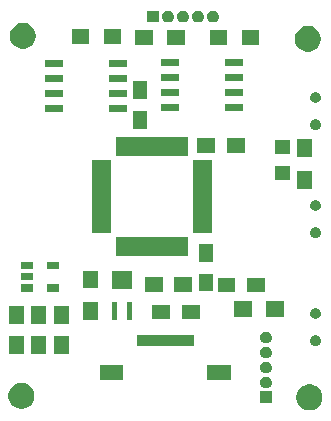
<source format=gts>
G04 #@! TF.GenerationSoftware,KiCad,Pcbnew,(5.0.1)-4*
G04 #@! TF.CreationDate,2019-02-22T18:58:08-06:00*
G04 #@! TF.ProjectId,epoch,65706F63682E6B696361645F70636200,rev?*
G04 #@! TF.SameCoordinates,Original*
G04 #@! TF.FileFunction,Soldermask,Top*
G04 #@! TF.FilePolarity,Negative*
%FSLAX46Y46*%
G04 Gerber Fmt 4.6, Leading zero omitted, Abs format (unit mm)*
G04 Created by KiCad (PCBNEW (5.0.1)-4) date 2/22/2019 6:58:08 PM*
%MOMM*%
%LPD*%
G01*
G04 APERTURE LIST*
%ADD10C,0.100000*%
G04 APERTURE END LIST*
D10*
G36*
X127828857Y-85683272D02*
X128029042Y-85766191D01*
X128209213Y-85886578D01*
X128362422Y-86039787D01*
X128482809Y-86219958D01*
X128565728Y-86420143D01*
X128608000Y-86632658D01*
X128608000Y-86849342D01*
X128565728Y-87061857D01*
X128482809Y-87262042D01*
X128362422Y-87442213D01*
X128209213Y-87595422D01*
X128029042Y-87715809D01*
X127828857Y-87798728D01*
X127616342Y-87841000D01*
X127399658Y-87841000D01*
X127187143Y-87798728D01*
X126986958Y-87715809D01*
X126806787Y-87595422D01*
X126653578Y-87442213D01*
X126533191Y-87262042D01*
X126450272Y-87061857D01*
X126408000Y-86849342D01*
X126408000Y-86632658D01*
X126450272Y-86420143D01*
X126533191Y-86219958D01*
X126653578Y-86039787D01*
X126806787Y-85886578D01*
X126986958Y-85766191D01*
X127187143Y-85683272D01*
X127399658Y-85641000D01*
X127616342Y-85641000D01*
X127828857Y-85683272D01*
X127828857Y-85683272D01*
G37*
G36*
X103444857Y-85556272D02*
X103645042Y-85639191D01*
X103645045Y-85639193D01*
X103811074Y-85750130D01*
X103825213Y-85759578D01*
X103978422Y-85912787D01*
X103978424Y-85912790D01*
X103978425Y-85912791D01*
X104012485Y-85963765D01*
X104098809Y-86092958D01*
X104181728Y-86293143D01*
X104224000Y-86505658D01*
X104224000Y-86722342D01*
X104181728Y-86934857D01*
X104098809Y-87135042D01*
X103978422Y-87315213D01*
X103825213Y-87468422D01*
X103645042Y-87588809D01*
X103444857Y-87671728D01*
X103232342Y-87714000D01*
X103015658Y-87714000D01*
X102803143Y-87671728D01*
X102602958Y-87588809D01*
X102422787Y-87468422D01*
X102269578Y-87315213D01*
X102149191Y-87135042D01*
X102066272Y-86934857D01*
X102024000Y-86722342D01*
X102024000Y-86505658D01*
X102066272Y-86293143D01*
X102149191Y-86092958D01*
X102235515Y-85963765D01*
X102269575Y-85912791D01*
X102269576Y-85912790D01*
X102269578Y-85912787D01*
X102422787Y-85759578D01*
X102436927Y-85750130D01*
X102602955Y-85639193D01*
X102602958Y-85639191D01*
X102803143Y-85556272D01*
X103015658Y-85514000D01*
X103232342Y-85514000D01*
X103444857Y-85556272D01*
X103444857Y-85556272D01*
G37*
G36*
X124325000Y-87241000D02*
X123325000Y-87241000D01*
X123325000Y-86241000D01*
X124325000Y-86241000D01*
X124325000Y-87241000D01*
X124325000Y-87241000D01*
G37*
G36*
X123923015Y-84978234D02*
X124017268Y-85006825D01*
X124063697Y-85031643D01*
X124104129Y-85053254D01*
X124104131Y-85053255D01*
X124104130Y-85053255D01*
X124180264Y-85115736D01*
X124242745Y-85191870D01*
X124289175Y-85278732D01*
X124317766Y-85372985D01*
X124327419Y-85471000D01*
X124317766Y-85569015D01*
X124289175Y-85663268D01*
X124278482Y-85683272D01*
X124242746Y-85750129D01*
X124180264Y-85826264D01*
X124104129Y-85888746D01*
X124063697Y-85910357D01*
X124017268Y-85935175D01*
X123923015Y-85963766D01*
X123849564Y-85971000D01*
X123800436Y-85971000D01*
X123726985Y-85963766D01*
X123632732Y-85935175D01*
X123586303Y-85910357D01*
X123545871Y-85888746D01*
X123469736Y-85826264D01*
X123407254Y-85750129D01*
X123371518Y-85683272D01*
X123360825Y-85663268D01*
X123332234Y-85569015D01*
X123322581Y-85471000D01*
X123332234Y-85372985D01*
X123360825Y-85278732D01*
X123407255Y-85191870D01*
X123469736Y-85115736D01*
X123545870Y-85053255D01*
X123545869Y-85053255D01*
X123545871Y-85053254D01*
X123586303Y-85031643D01*
X123632732Y-85006825D01*
X123726985Y-84978234D01*
X123800436Y-84971000D01*
X123849564Y-84971000D01*
X123923015Y-84978234D01*
X123923015Y-84978234D01*
G37*
G36*
X111750000Y-85273000D02*
X109750000Y-85273000D01*
X109750000Y-83973000D01*
X111750000Y-83973000D01*
X111750000Y-85273000D01*
X111750000Y-85273000D01*
G37*
G36*
X120850000Y-85273000D02*
X118850000Y-85273000D01*
X118850000Y-83973000D01*
X120850000Y-83973000D01*
X120850000Y-85273000D01*
X120850000Y-85273000D01*
G37*
G36*
X123923015Y-83708234D02*
X124017268Y-83736825D01*
X124063697Y-83761643D01*
X124104129Y-83783254D01*
X124104131Y-83783255D01*
X124104130Y-83783255D01*
X124180264Y-83845736D01*
X124242745Y-83921870D01*
X124289175Y-84008732D01*
X124317766Y-84102985D01*
X124327419Y-84201000D01*
X124317766Y-84299015D01*
X124289175Y-84393268D01*
X124264357Y-84439697D01*
X124242746Y-84480129D01*
X124180264Y-84556264D01*
X124104129Y-84618746D01*
X124063697Y-84640357D01*
X124017268Y-84665175D01*
X123923015Y-84693766D01*
X123849564Y-84701000D01*
X123800436Y-84701000D01*
X123726985Y-84693766D01*
X123632732Y-84665175D01*
X123586303Y-84640357D01*
X123545871Y-84618746D01*
X123469736Y-84556264D01*
X123407254Y-84480129D01*
X123385643Y-84439697D01*
X123360825Y-84393268D01*
X123332234Y-84299015D01*
X123322581Y-84201000D01*
X123332234Y-84102985D01*
X123360825Y-84008732D01*
X123407255Y-83921870D01*
X123469736Y-83845736D01*
X123545870Y-83783255D01*
X123545869Y-83783255D01*
X123545871Y-83783254D01*
X123586303Y-83761643D01*
X123632732Y-83736825D01*
X123726985Y-83708234D01*
X123800436Y-83701000D01*
X123849564Y-83701000D01*
X123923015Y-83708234D01*
X123923015Y-83708234D01*
G37*
G36*
X123923015Y-82438234D02*
X124017268Y-82466825D01*
X124063697Y-82491643D01*
X124104129Y-82513254D01*
X124104131Y-82513255D01*
X124104130Y-82513255D01*
X124180264Y-82575736D01*
X124242745Y-82651870D01*
X124289175Y-82738732D01*
X124317766Y-82832985D01*
X124327419Y-82931000D01*
X124317766Y-83029015D01*
X124289175Y-83123268D01*
X124264357Y-83169697D01*
X124242746Y-83210129D01*
X124180264Y-83286264D01*
X124104129Y-83348746D01*
X124063697Y-83370357D01*
X124017268Y-83395175D01*
X123923015Y-83423766D01*
X123849564Y-83431000D01*
X123800436Y-83431000D01*
X123726985Y-83423766D01*
X123632732Y-83395175D01*
X123586303Y-83370357D01*
X123545871Y-83348746D01*
X123469736Y-83286264D01*
X123407254Y-83210129D01*
X123385643Y-83169697D01*
X123360825Y-83123268D01*
X123332234Y-83029015D01*
X123322581Y-82931000D01*
X123332234Y-82832985D01*
X123360825Y-82738732D01*
X123407255Y-82651870D01*
X123469736Y-82575736D01*
X123545870Y-82513255D01*
X123545869Y-82513255D01*
X123545871Y-82513254D01*
X123586303Y-82491643D01*
X123632732Y-82466825D01*
X123726985Y-82438234D01*
X123800436Y-82431000D01*
X123849564Y-82431000D01*
X123923015Y-82438234D01*
X123923015Y-82438234D01*
G37*
G36*
X107114500Y-83026000D02*
X105864500Y-83026000D01*
X105864500Y-81526000D01*
X107114500Y-81526000D01*
X107114500Y-83026000D01*
X107114500Y-83026000D01*
G37*
G36*
X105209500Y-83026000D02*
X103959500Y-83026000D01*
X103959500Y-81526000D01*
X105209500Y-81526000D01*
X105209500Y-83026000D01*
X105209500Y-83026000D01*
G37*
G36*
X103304500Y-83026000D02*
X102054500Y-83026000D01*
X102054500Y-81526000D01*
X103304500Y-81526000D01*
X103304500Y-83026000D01*
X103304500Y-83026000D01*
G37*
G36*
X117700000Y-82423000D02*
X112900000Y-82423000D01*
X112900000Y-81423000D01*
X117700000Y-81423000D01*
X117700000Y-82423000D01*
X117700000Y-82423000D01*
G37*
G36*
X128147260Y-81489293D02*
X128229155Y-81523215D01*
X128302861Y-81572464D01*
X128365536Y-81635139D01*
X128414785Y-81708845D01*
X128448707Y-81790740D01*
X128466000Y-81877678D01*
X128466000Y-81966322D01*
X128448707Y-82053260D01*
X128414785Y-82135155D01*
X128365536Y-82208861D01*
X128302861Y-82271536D01*
X128229155Y-82320785D01*
X128147260Y-82354707D01*
X128060322Y-82372000D01*
X127971678Y-82372000D01*
X127884740Y-82354707D01*
X127802845Y-82320785D01*
X127729139Y-82271536D01*
X127666464Y-82208861D01*
X127617215Y-82135155D01*
X127583293Y-82053260D01*
X127566000Y-81966322D01*
X127566000Y-81877678D01*
X127583293Y-81790740D01*
X127617215Y-81708845D01*
X127666464Y-81635139D01*
X127729139Y-81572464D01*
X127802845Y-81523215D01*
X127884740Y-81489293D01*
X127971678Y-81472000D01*
X128060322Y-81472000D01*
X128147260Y-81489293D01*
X128147260Y-81489293D01*
G37*
G36*
X123923015Y-81168234D02*
X124017268Y-81196825D01*
X124063697Y-81221643D01*
X124104129Y-81243254D01*
X124104131Y-81243255D01*
X124104130Y-81243255D01*
X124180264Y-81305736D01*
X124242745Y-81381870D01*
X124289175Y-81468732D01*
X124317766Y-81562985D01*
X124327419Y-81661000D01*
X124317766Y-81759015D01*
X124289175Y-81853268D01*
X124264357Y-81899697D01*
X124242746Y-81940129D01*
X124180264Y-82016264D01*
X124104129Y-82078746D01*
X124063697Y-82100357D01*
X124017268Y-82125175D01*
X123923015Y-82153766D01*
X123849564Y-82161000D01*
X123800436Y-82161000D01*
X123726985Y-82153766D01*
X123632732Y-82125175D01*
X123586303Y-82100357D01*
X123545871Y-82078746D01*
X123469736Y-82016264D01*
X123407254Y-81940129D01*
X123385643Y-81899697D01*
X123360825Y-81853268D01*
X123332234Y-81759015D01*
X123322581Y-81661000D01*
X123332234Y-81562985D01*
X123360825Y-81468732D01*
X123407255Y-81381870D01*
X123469736Y-81305736D01*
X123545870Y-81243255D01*
X123545869Y-81243255D01*
X123545871Y-81243254D01*
X123586303Y-81221643D01*
X123632732Y-81196825D01*
X123726985Y-81168234D01*
X123800436Y-81161000D01*
X123849564Y-81161000D01*
X123923015Y-81168234D01*
X123923015Y-81168234D01*
G37*
G36*
X103304500Y-80526000D02*
X102054500Y-80526000D01*
X102054500Y-79026000D01*
X103304500Y-79026000D01*
X103304500Y-80526000D01*
X103304500Y-80526000D01*
G37*
G36*
X107114500Y-80526000D02*
X105864500Y-80526000D01*
X105864500Y-79026000D01*
X107114500Y-79026000D01*
X107114500Y-80526000D01*
X107114500Y-80526000D01*
G37*
G36*
X105209500Y-80526000D02*
X103959500Y-80526000D01*
X103959500Y-79026000D01*
X105209500Y-79026000D01*
X105209500Y-80526000D01*
X105209500Y-80526000D01*
G37*
G36*
X109616000Y-80205000D02*
X108316000Y-80205000D01*
X108316000Y-78705000D01*
X109616000Y-78705000D01*
X109616000Y-80205000D01*
X109616000Y-80205000D01*
G37*
G36*
X112483000Y-80185000D02*
X112083000Y-80185000D01*
X112083000Y-78685000D01*
X112483000Y-78685000D01*
X112483000Y-80185000D01*
X112483000Y-80185000D01*
G37*
G36*
X111183000Y-80185000D02*
X110783000Y-80185000D01*
X110783000Y-78685000D01*
X111183000Y-78685000D01*
X111183000Y-80185000D01*
X111183000Y-80185000D01*
G37*
G36*
X115705000Y-80127000D02*
X114205000Y-80127000D01*
X114205000Y-78877000D01*
X115705000Y-78877000D01*
X115705000Y-80127000D01*
X115705000Y-80127000D01*
G37*
G36*
X118205000Y-80127000D02*
X116705000Y-80127000D01*
X116705000Y-78877000D01*
X118205000Y-78877000D01*
X118205000Y-80127000D01*
X118205000Y-80127000D01*
G37*
G36*
X128147260Y-79189293D02*
X128229155Y-79223215D01*
X128302861Y-79272464D01*
X128365536Y-79335139D01*
X128414785Y-79408845D01*
X128448707Y-79490740D01*
X128466000Y-79577678D01*
X128466000Y-79666322D01*
X128448707Y-79753260D01*
X128414785Y-79835155D01*
X128365536Y-79908861D01*
X128302861Y-79971536D01*
X128229155Y-80020785D01*
X128147260Y-80054707D01*
X128060322Y-80072000D01*
X127971678Y-80072000D01*
X127884740Y-80054707D01*
X127802845Y-80020785D01*
X127729139Y-79971536D01*
X127666464Y-79908861D01*
X127617215Y-79835155D01*
X127583293Y-79753260D01*
X127566000Y-79666322D01*
X127566000Y-79577678D01*
X127583293Y-79490740D01*
X127617215Y-79408845D01*
X127666464Y-79335139D01*
X127729139Y-79272464D01*
X127802845Y-79223215D01*
X127884740Y-79189293D01*
X127971678Y-79172000D01*
X128060322Y-79172000D01*
X128147260Y-79189293D01*
X128147260Y-79189293D01*
G37*
G36*
X125353500Y-79898000D02*
X123853500Y-79898000D01*
X123853500Y-78598000D01*
X125353500Y-78598000D01*
X125353500Y-79898000D01*
X125353500Y-79898000D01*
G37*
G36*
X122653500Y-79898000D02*
X121153500Y-79898000D01*
X121153500Y-78598000D01*
X122653500Y-78598000D01*
X122653500Y-79898000D01*
X122653500Y-79898000D01*
G37*
G36*
X123729500Y-77841000D02*
X122229500Y-77841000D01*
X122229500Y-76591000D01*
X123729500Y-76591000D01*
X123729500Y-77841000D01*
X123729500Y-77841000D01*
G37*
G36*
X121229500Y-77841000D02*
X119729500Y-77841000D01*
X119729500Y-76591000D01*
X121229500Y-76591000D01*
X121229500Y-77841000D01*
X121229500Y-77841000D01*
G37*
G36*
X106341500Y-77792500D02*
X105281500Y-77792500D01*
X105281500Y-77142500D01*
X106341500Y-77142500D01*
X106341500Y-77792500D01*
X106341500Y-77792500D01*
G37*
G36*
X104141500Y-77792500D02*
X103081500Y-77792500D01*
X103081500Y-77142500D01*
X104141500Y-77142500D01*
X104141500Y-77792500D01*
X104141500Y-77792500D01*
G37*
G36*
X115070000Y-77777500D02*
X113570000Y-77777500D01*
X113570000Y-76527500D01*
X115070000Y-76527500D01*
X115070000Y-77777500D01*
X115070000Y-77777500D01*
G37*
G36*
X117570000Y-77777500D02*
X116070000Y-77777500D01*
X116070000Y-76527500D01*
X117570000Y-76527500D01*
X117570000Y-77777500D01*
X117570000Y-77777500D01*
G37*
G36*
X119370000Y-77755500D02*
X118120000Y-77755500D01*
X118120000Y-76255500D01*
X119370000Y-76255500D01*
X119370000Y-77755500D01*
X119370000Y-77755500D01*
G37*
G36*
X112483000Y-77525000D02*
X110783000Y-77525000D01*
X110783000Y-76025000D01*
X112483000Y-76025000D01*
X112483000Y-77525000D01*
X112483000Y-77525000D01*
G37*
G36*
X109616000Y-77505000D02*
X108316000Y-77505000D01*
X108316000Y-76005000D01*
X109616000Y-76005000D01*
X109616000Y-77505000D01*
X109616000Y-77505000D01*
G37*
G36*
X104141500Y-76842500D02*
X103081500Y-76842500D01*
X103081500Y-76192500D01*
X104141500Y-76192500D01*
X104141500Y-76842500D01*
X104141500Y-76842500D01*
G37*
G36*
X106341500Y-75892500D02*
X105281500Y-75892500D01*
X105281500Y-75242500D01*
X106341500Y-75242500D01*
X106341500Y-75892500D01*
X106341500Y-75892500D01*
G37*
G36*
X104141500Y-75892500D02*
X103081500Y-75892500D01*
X103081500Y-75242500D01*
X104141500Y-75242500D01*
X104141500Y-75892500D01*
X104141500Y-75892500D01*
G37*
G36*
X119370000Y-75255500D02*
X118120000Y-75255500D01*
X118120000Y-73755500D01*
X119370000Y-73755500D01*
X119370000Y-75255500D01*
X119370000Y-75255500D01*
G37*
G36*
X117248000Y-74773000D02*
X111098000Y-74773000D01*
X111098000Y-73173000D01*
X117248000Y-73173000D01*
X117248000Y-74773000D01*
X117248000Y-74773000D01*
G37*
G36*
X128147260Y-72345293D02*
X128229155Y-72379215D01*
X128302861Y-72428464D01*
X128365536Y-72491139D01*
X128414785Y-72564845D01*
X128448707Y-72646740D01*
X128466000Y-72733678D01*
X128466000Y-72822322D01*
X128448707Y-72909260D01*
X128414785Y-72991155D01*
X128365536Y-73064861D01*
X128302861Y-73127536D01*
X128229155Y-73176785D01*
X128147260Y-73210707D01*
X128060322Y-73228000D01*
X127971678Y-73228000D01*
X127884740Y-73210707D01*
X127802845Y-73176785D01*
X127729139Y-73127536D01*
X127666464Y-73064861D01*
X127617215Y-72991155D01*
X127583293Y-72909260D01*
X127566000Y-72822322D01*
X127566000Y-72733678D01*
X127583293Y-72646740D01*
X127617215Y-72564845D01*
X127666464Y-72491139D01*
X127729139Y-72428464D01*
X127802845Y-72379215D01*
X127884740Y-72345293D01*
X127971678Y-72328000D01*
X128060322Y-72328000D01*
X128147260Y-72345293D01*
X128147260Y-72345293D01*
G37*
G36*
X119223000Y-72798000D02*
X117623000Y-72798000D01*
X117623000Y-66648000D01*
X119223000Y-66648000D01*
X119223000Y-72798000D01*
X119223000Y-72798000D01*
G37*
G36*
X110723000Y-72798000D02*
X109123000Y-72798000D01*
X109123000Y-66648000D01*
X110723000Y-66648000D01*
X110723000Y-72798000D01*
X110723000Y-72798000D01*
G37*
G36*
X128147260Y-70045293D02*
X128229155Y-70079215D01*
X128302861Y-70128464D01*
X128365536Y-70191139D01*
X128414785Y-70264845D01*
X128448707Y-70346740D01*
X128466000Y-70433678D01*
X128466000Y-70522322D01*
X128448707Y-70609260D01*
X128414785Y-70691155D01*
X128365536Y-70764861D01*
X128302861Y-70827536D01*
X128229155Y-70876785D01*
X128147260Y-70910707D01*
X128060322Y-70928000D01*
X127971678Y-70928000D01*
X127884740Y-70910707D01*
X127802845Y-70876785D01*
X127729139Y-70827536D01*
X127666464Y-70764861D01*
X127617215Y-70691155D01*
X127583293Y-70609260D01*
X127566000Y-70522322D01*
X127566000Y-70433678D01*
X127583293Y-70346740D01*
X127617215Y-70264845D01*
X127666464Y-70191139D01*
X127729139Y-70128464D01*
X127802845Y-70079215D01*
X127884740Y-70045293D01*
X127971678Y-70028000D01*
X128060322Y-70028000D01*
X128147260Y-70045293D01*
X128147260Y-70045293D01*
G37*
G36*
X127713500Y-69092500D02*
X126413500Y-69092500D01*
X126413500Y-67592500D01*
X127713500Y-67592500D01*
X127713500Y-69092500D01*
X127713500Y-69092500D01*
G37*
G36*
X125822000Y-68375000D02*
X124622000Y-68375000D01*
X124622000Y-67175000D01*
X125822000Y-67175000D01*
X125822000Y-68375000D01*
X125822000Y-68375000D01*
G37*
G36*
X127713500Y-66392500D02*
X126413500Y-66392500D01*
X126413500Y-64892500D01*
X127713500Y-64892500D01*
X127713500Y-66392500D01*
X127713500Y-66392500D01*
G37*
G36*
X117248000Y-66273000D02*
X111098000Y-66273000D01*
X111098000Y-64673000D01*
X117248000Y-64673000D01*
X117248000Y-66273000D01*
X117248000Y-66273000D01*
G37*
G36*
X125822000Y-66175000D02*
X124622000Y-66175000D01*
X124622000Y-64975000D01*
X125822000Y-64975000D01*
X125822000Y-66175000D01*
X125822000Y-66175000D01*
G37*
G36*
X119515000Y-66030000D02*
X118015000Y-66030000D01*
X118015000Y-64780000D01*
X119515000Y-64780000D01*
X119515000Y-66030000D01*
X119515000Y-66030000D01*
G37*
G36*
X122015000Y-66030000D02*
X120515000Y-66030000D01*
X120515000Y-64780000D01*
X122015000Y-64780000D01*
X122015000Y-66030000D01*
X122015000Y-66030000D01*
G37*
G36*
X128147260Y-63201293D02*
X128229155Y-63235215D01*
X128302861Y-63284464D01*
X128365536Y-63347139D01*
X128414785Y-63420845D01*
X128448707Y-63502740D01*
X128466000Y-63589678D01*
X128466000Y-63678322D01*
X128448707Y-63765260D01*
X128414785Y-63847155D01*
X128365536Y-63920861D01*
X128302861Y-63983536D01*
X128229155Y-64032785D01*
X128147260Y-64066707D01*
X128060322Y-64084000D01*
X127971678Y-64084000D01*
X127884740Y-64066707D01*
X127802845Y-64032785D01*
X127729139Y-63983536D01*
X127666464Y-63920861D01*
X127617215Y-63847155D01*
X127583293Y-63765260D01*
X127566000Y-63678322D01*
X127566000Y-63589678D01*
X127583293Y-63502740D01*
X127617215Y-63420845D01*
X127666464Y-63347139D01*
X127729139Y-63284464D01*
X127802845Y-63235215D01*
X127884740Y-63201293D01*
X127971678Y-63184000D01*
X128060322Y-63184000D01*
X128147260Y-63201293D01*
X128147260Y-63201293D01*
G37*
G36*
X113782000Y-63976000D02*
X112532000Y-63976000D01*
X112532000Y-62476000D01*
X113782000Y-62476000D01*
X113782000Y-63976000D01*
X113782000Y-63976000D01*
G37*
G36*
X112060000Y-62593500D02*
X110510000Y-62593500D01*
X110510000Y-61993500D01*
X112060000Y-61993500D01*
X112060000Y-62593500D01*
X112060000Y-62593500D01*
G37*
G36*
X106660000Y-62593500D02*
X105110000Y-62593500D01*
X105110000Y-61993500D01*
X106660000Y-61993500D01*
X106660000Y-62593500D01*
X106660000Y-62593500D01*
G37*
G36*
X121902500Y-62466500D02*
X120352500Y-62466500D01*
X120352500Y-61866500D01*
X121902500Y-61866500D01*
X121902500Y-62466500D01*
X121902500Y-62466500D01*
G37*
G36*
X116502500Y-62466500D02*
X114952500Y-62466500D01*
X114952500Y-61866500D01*
X116502500Y-61866500D01*
X116502500Y-62466500D01*
X116502500Y-62466500D01*
G37*
G36*
X128147260Y-60901293D02*
X128229155Y-60935215D01*
X128302861Y-60984464D01*
X128365536Y-61047139D01*
X128414785Y-61120845D01*
X128448707Y-61202740D01*
X128466000Y-61289678D01*
X128466000Y-61378322D01*
X128448707Y-61465260D01*
X128414785Y-61547155D01*
X128365536Y-61620861D01*
X128302861Y-61683536D01*
X128229155Y-61732785D01*
X128147260Y-61766707D01*
X128060322Y-61784000D01*
X127971678Y-61784000D01*
X127884740Y-61766707D01*
X127802845Y-61732785D01*
X127729139Y-61683536D01*
X127666464Y-61620861D01*
X127617215Y-61547155D01*
X127583293Y-61465260D01*
X127566000Y-61378322D01*
X127566000Y-61289678D01*
X127583293Y-61202740D01*
X127617215Y-61120845D01*
X127666464Y-61047139D01*
X127729139Y-60984464D01*
X127802845Y-60935215D01*
X127884740Y-60901293D01*
X127971678Y-60884000D01*
X128060322Y-60884000D01*
X128147260Y-60901293D01*
X128147260Y-60901293D01*
G37*
G36*
X113782000Y-61476000D02*
X112532000Y-61476000D01*
X112532000Y-59976000D01*
X113782000Y-59976000D01*
X113782000Y-61476000D01*
X113782000Y-61476000D01*
G37*
G36*
X106660000Y-61323500D02*
X105110000Y-61323500D01*
X105110000Y-60723500D01*
X106660000Y-60723500D01*
X106660000Y-61323500D01*
X106660000Y-61323500D01*
G37*
G36*
X112060000Y-61323500D02*
X110510000Y-61323500D01*
X110510000Y-60723500D01*
X112060000Y-60723500D01*
X112060000Y-61323500D01*
X112060000Y-61323500D01*
G37*
G36*
X116502500Y-61196500D02*
X114952500Y-61196500D01*
X114952500Y-60596500D01*
X116502500Y-60596500D01*
X116502500Y-61196500D01*
X116502500Y-61196500D01*
G37*
G36*
X121902500Y-61196500D02*
X120352500Y-61196500D01*
X120352500Y-60596500D01*
X121902500Y-60596500D01*
X121902500Y-61196500D01*
X121902500Y-61196500D01*
G37*
G36*
X106660000Y-60053500D02*
X105110000Y-60053500D01*
X105110000Y-59453500D01*
X106660000Y-59453500D01*
X106660000Y-60053500D01*
X106660000Y-60053500D01*
G37*
G36*
X112060000Y-60053500D02*
X110510000Y-60053500D01*
X110510000Y-59453500D01*
X112060000Y-59453500D01*
X112060000Y-60053500D01*
X112060000Y-60053500D01*
G37*
G36*
X121902500Y-59926500D02*
X120352500Y-59926500D01*
X120352500Y-59326500D01*
X121902500Y-59326500D01*
X121902500Y-59926500D01*
X121902500Y-59926500D01*
G37*
G36*
X116502500Y-59926500D02*
X114952500Y-59926500D01*
X114952500Y-59326500D01*
X116502500Y-59326500D01*
X116502500Y-59926500D01*
X116502500Y-59926500D01*
G37*
G36*
X112060000Y-58783500D02*
X110510000Y-58783500D01*
X110510000Y-58183500D01*
X112060000Y-58183500D01*
X112060000Y-58783500D01*
X112060000Y-58783500D01*
G37*
G36*
X106660000Y-58783500D02*
X105110000Y-58783500D01*
X105110000Y-58183500D01*
X106660000Y-58183500D01*
X106660000Y-58783500D01*
X106660000Y-58783500D01*
G37*
G36*
X121902500Y-58656500D02*
X120352500Y-58656500D01*
X120352500Y-58056500D01*
X121902500Y-58056500D01*
X121902500Y-58656500D01*
X121902500Y-58656500D01*
G37*
G36*
X116502500Y-58656500D02*
X114952500Y-58656500D01*
X114952500Y-58056500D01*
X116502500Y-58056500D01*
X116502500Y-58656500D01*
X116502500Y-58656500D01*
G37*
G36*
X127701857Y-55330272D02*
X127902042Y-55413191D01*
X128082213Y-55533578D01*
X128235422Y-55686787D01*
X128355809Y-55866958D01*
X128438728Y-56067143D01*
X128481000Y-56279658D01*
X128481000Y-56496342D01*
X128438728Y-56708857D01*
X128355809Y-56909042D01*
X128235422Y-57089213D01*
X128082213Y-57242422D01*
X127902042Y-57362809D01*
X127701857Y-57445728D01*
X127489342Y-57488000D01*
X127272658Y-57488000D01*
X127060143Y-57445728D01*
X126859958Y-57362809D01*
X126679787Y-57242422D01*
X126526578Y-57089213D01*
X126406191Y-56909042D01*
X126323272Y-56708857D01*
X126281000Y-56496342D01*
X126281000Y-56279658D01*
X126323272Y-56067143D01*
X126406191Y-55866958D01*
X126526578Y-55686787D01*
X126679787Y-55533578D01*
X126859958Y-55413191D01*
X127060143Y-55330272D01*
X127272658Y-55288000D01*
X127489342Y-55288000D01*
X127701857Y-55330272D01*
X127701857Y-55330272D01*
G37*
G36*
X103571857Y-55076272D02*
X103772042Y-55159191D01*
X103952213Y-55279578D01*
X104105422Y-55432787D01*
X104225809Y-55612958D01*
X104308728Y-55813143D01*
X104351000Y-56025658D01*
X104351000Y-56242342D01*
X104308728Y-56454857D01*
X104225809Y-56655042D01*
X104105422Y-56835213D01*
X103952213Y-56988422D01*
X103772042Y-57108809D01*
X103571857Y-57191728D01*
X103359342Y-57234000D01*
X103142658Y-57234000D01*
X102930143Y-57191728D01*
X102729958Y-57108809D01*
X102549787Y-56988422D01*
X102396578Y-56835213D01*
X102276191Y-56655042D01*
X102193272Y-56454857D01*
X102151000Y-56242342D01*
X102151000Y-56025658D01*
X102193272Y-55813143D01*
X102276191Y-55612958D01*
X102396578Y-55432787D01*
X102549787Y-55279578D01*
X102729958Y-55159191D01*
X102930143Y-55076272D01*
X103142658Y-55034000D01*
X103359342Y-55034000D01*
X103571857Y-55076272D01*
X103571857Y-55076272D01*
G37*
G36*
X116971500Y-56911000D02*
X115471500Y-56911000D01*
X115471500Y-55611000D01*
X116971500Y-55611000D01*
X116971500Y-56911000D01*
X116971500Y-56911000D01*
G37*
G36*
X123258000Y-56911000D02*
X121758000Y-56911000D01*
X121758000Y-55611000D01*
X123258000Y-55611000D01*
X123258000Y-56911000D01*
X123258000Y-56911000D01*
G37*
G36*
X120558000Y-56911000D02*
X119058000Y-56911000D01*
X119058000Y-55611000D01*
X120558000Y-55611000D01*
X120558000Y-56911000D01*
X120558000Y-56911000D01*
G37*
G36*
X114271500Y-56911000D02*
X112771500Y-56911000D01*
X112771500Y-55611000D01*
X114271500Y-55611000D01*
X114271500Y-56911000D01*
X114271500Y-56911000D01*
G37*
G36*
X108874000Y-56847500D02*
X107374000Y-56847500D01*
X107374000Y-55547500D01*
X108874000Y-55547500D01*
X108874000Y-56847500D01*
X108874000Y-56847500D01*
G37*
G36*
X111574000Y-56847500D02*
X110074000Y-56847500D01*
X110074000Y-55547500D01*
X111574000Y-55547500D01*
X111574000Y-56847500D01*
X111574000Y-56847500D01*
G37*
G36*
X118158015Y-54007234D02*
X118252268Y-54035825D01*
X118298697Y-54060643D01*
X118339129Y-54082254D01*
X118339131Y-54082255D01*
X118339130Y-54082255D01*
X118415264Y-54144736D01*
X118477745Y-54220870D01*
X118524175Y-54307732D01*
X118552766Y-54401985D01*
X118562419Y-54500000D01*
X118552766Y-54598015D01*
X118524175Y-54692268D01*
X118499357Y-54738697D01*
X118477746Y-54779129D01*
X118415264Y-54855264D01*
X118339129Y-54917746D01*
X118298697Y-54939357D01*
X118252268Y-54964175D01*
X118158015Y-54992766D01*
X118084564Y-55000000D01*
X118035436Y-55000000D01*
X117961985Y-54992766D01*
X117867732Y-54964175D01*
X117821303Y-54939357D01*
X117780871Y-54917746D01*
X117704736Y-54855264D01*
X117642254Y-54779129D01*
X117620643Y-54738697D01*
X117595825Y-54692268D01*
X117567234Y-54598015D01*
X117557581Y-54500000D01*
X117567234Y-54401985D01*
X117595825Y-54307732D01*
X117642255Y-54220870D01*
X117704736Y-54144736D01*
X117780870Y-54082255D01*
X117780869Y-54082255D01*
X117780871Y-54082254D01*
X117821303Y-54060643D01*
X117867732Y-54035825D01*
X117961985Y-54007234D01*
X118035436Y-54000000D01*
X118084564Y-54000000D01*
X118158015Y-54007234D01*
X118158015Y-54007234D01*
G37*
G36*
X116888015Y-54007234D02*
X116982268Y-54035825D01*
X117028697Y-54060643D01*
X117069129Y-54082254D01*
X117069131Y-54082255D01*
X117069130Y-54082255D01*
X117145264Y-54144736D01*
X117207745Y-54220870D01*
X117254175Y-54307732D01*
X117282766Y-54401985D01*
X117292419Y-54500000D01*
X117282766Y-54598015D01*
X117254175Y-54692268D01*
X117229357Y-54738697D01*
X117207746Y-54779129D01*
X117145264Y-54855264D01*
X117069129Y-54917746D01*
X117028697Y-54939357D01*
X116982268Y-54964175D01*
X116888015Y-54992766D01*
X116814564Y-55000000D01*
X116765436Y-55000000D01*
X116691985Y-54992766D01*
X116597732Y-54964175D01*
X116551303Y-54939357D01*
X116510871Y-54917746D01*
X116434736Y-54855264D01*
X116372254Y-54779129D01*
X116350643Y-54738697D01*
X116325825Y-54692268D01*
X116297234Y-54598015D01*
X116287581Y-54500000D01*
X116297234Y-54401985D01*
X116325825Y-54307732D01*
X116372255Y-54220870D01*
X116434736Y-54144736D01*
X116510870Y-54082255D01*
X116510869Y-54082255D01*
X116510871Y-54082254D01*
X116551303Y-54060643D01*
X116597732Y-54035825D01*
X116691985Y-54007234D01*
X116765436Y-54000000D01*
X116814564Y-54000000D01*
X116888015Y-54007234D01*
X116888015Y-54007234D01*
G37*
G36*
X115618015Y-54007234D02*
X115712268Y-54035825D01*
X115758697Y-54060643D01*
X115799129Y-54082254D01*
X115799131Y-54082255D01*
X115799130Y-54082255D01*
X115875264Y-54144736D01*
X115937745Y-54220870D01*
X115984175Y-54307732D01*
X116012766Y-54401985D01*
X116022419Y-54500000D01*
X116012766Y-54598015D01*
X115984175Y-54692268D01*
X115959357Y-54738697D01*
X115937746Y-54779129D01*
X115875264Y-54855264D01*
X115799129Y-54917746D01*
X115758697Y-54939357D01*
X115712268Y-54964175D01*
X115618015Y-54992766D01*
X115544564Y-55000000D01*
X115495436Y-55000000D01*
X115421985Y-54992766D01*
X115327732Y-54964175D01*
X115281303Y-54939357D01*
X115240871Y-54917746D01*
X115164736Y-54855264D01*
X115102254Y-54779129D01*
X115080643Y-54738697D01*
X115055825Y-54692268D01*
X115027234Y-54598015D01*
X115017581Y-54500000D01*
X115027234Y-54401985D01*
X115055825Y-54307732D01*
X115102255Y-54220870D01*
X115164736Y-54144736D01*
X115240870Y-54082255D01*
X115240869Y-54082255D01*
X115240871Y-54082254D01*
X115281303Y-54060643D01*
X115327732Y-54035825D01*
X115421985Y-54007234D01*
X115495436Y-54000000D01*
X115544564Y-54000000D01*
X115618015Y-54007234D01*
X115618015Y-54007234D01*
G37*
G36*
X114750000Y-55000000D02*
X113750000Y-55000000D01*
X113750000Y-54000000D01*
X114750000Y-54000000D01*
X114750000Y-55000000D01*
X114750000Y-55000000D01*
G37*
G36*
X119428015Y-54007234D02*
X119522268Y-54035825D01*
X119568697Y-54060643D01*
X119609129Y-54082254D01*
X119609131Y-54082255D01*
X119609130Y-54082255D01*
X119685264Y-54144736D01*
X119747745Y-54220870D01*
X119794175Y-54307732D01*
X119822766Y-54401985D01*
X119832419Y-54500000D01*
X119822766Y-54598015D01*
X119794175Y-54692268D01*
X119769357Y-54738697D01*
X119747746Y-54779129D01*
X119685264Y-54855264D01*
X119609129Y-54917746D01*
X119568697Y-54939357D01*
X119522268Y-54964175D01*
X119428015Y-54992766D01*
X119354564Y-55000000D01*
X119305436Y-55000000D01*
X119231985Y-54992766D01*
X119137732Y-54964175D01*
X119091303Y-54939357D01*
X119050871Y-54917746D01*
X118974736Y-54855264D01*
X118912254Y-54779129D01*
X118890643Y-54738697D01*
X118865825Y-54692268D01*
X118837234Y-54598015D01*
X118827581Y-54500000D01*
X118837234Y-54401985D01*
X118865825Y-54307732D01*
X118912255Y-54220870D01*
X118974736Y-54144736D01*
X119050870Y-54082255D01*
X119050869Y-54082255D01*
X119050871Y-54082254D01*
X119091303Y-54060643D01*
X119137732Y-54035825D01*
X119231985Y-54007234D01*
X119305436Y-54000000D01*
X119354564Y-54000000D01*
X119428015Y-54007234D01*
X119428015Y-54007234D01*
G37*
M02*

</source>
